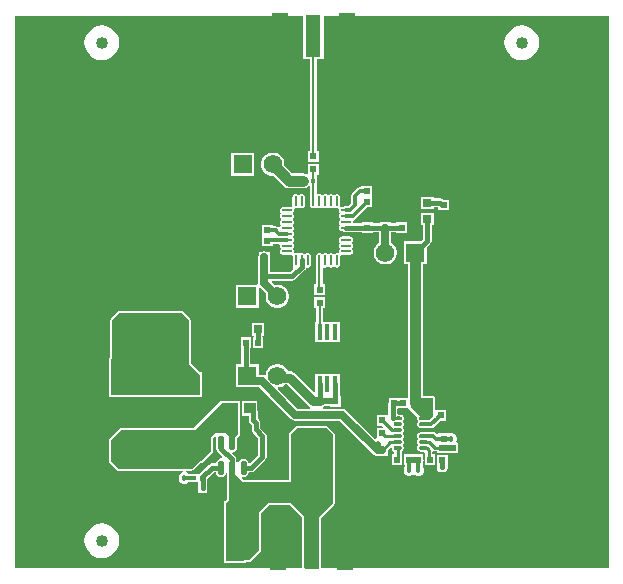
<source format=gtl>
G04*
G04 #@! TF.GenerationSoftware,Altium Limited,Altium Designer,23.8.1 (32)*
G04*
G04 Layer_Physical_Order=1*
G04 Layer_Color=255*
%FSLAX25Y25*%
%MOIN*%
G70*
G04*
G04 #@! TF.SameCoordinates,C2238681-CFA7-4295-91EC-4EAF016C526F*
G04*
G04*
G04 #@! TF.FilePolarity,Positive*
G04*
G01*
G75*
%ADD10C,0.01000*%
%ADD19R,0.01772X0.05512*%
%ADD20R,0.09488X0.07008*%
%ADD21C,0.01181*%
%ADD22R,0.04331X0.10472*%
%ADD23R,0.01772X0.01772*%
%ADD24R,0.01772X0.01378*%
%ADD25R,0.03150X0.02953*%
%ADD26R,0.01181X0.01181*%
%ADD27R,0.05315X0.16535*%
%ADD28R,0.05000X0.14173*%
%ADD29R,0.29528X0.07087*%
%ADD30R,0.00942X0.03567*%
G04:AMPARAMS|DCode=31|XSize=35.67mil|YSize=9.42mil|CornerRadius=4.71mil|HoleSize=0mil|Usage=FLASHONLY|Rotation=90.000|XOffset=0mil|YOffset=0mil|HoleType=Round|Shape=RoundedRectangle|*
%AMROUNDEDRECTD31*
21,1,0.03567,0.00000,0,0,90.0*
21,1,0.02625,0.00942,0,0,90.0*
1,1,0.00942,0.00000,0.01313*
1,1,0.00942,0.00000,-0.01313*
1,1,0.00942,0.00000,-0.01313*
1,1,0.00942,0.00000,0.01313*
%
%ADD31ROUNDEDRECTD31*%
G04:AMPARAMS|DCode=32|XSize=9.42mil|YSize=35.67mil|CornerRadius=4.71mil|HoleSize=0mil|Usage=FLASHONLY|Rotation=90.000|XOffset=0mil|YOffset=0mil|HoleType=Round|Shape=RoundedRectangle|*
%AMROUNDEDRECTD32*
21,1,0.00942,0.02625,0,0,90.0*
21,1,0.00000,0.03567,0,0,90.0*
1,1,0.00942,0.01313,0.00000*
1,1,0.00942,0.01313,0.00000*
1,1,0.00942,-0.01313,0.00000*
1,1,0.00942,-0.01313,0.00000*
%
%ADD32ROUNDEDRECTD32*%
G04:AMPARAMS|DCode=33|XSize=49.38mil|YSize=20.95mil|CornerRadius=10.48mil|HoleSize=0mil|Usage=FLASHONLY|Rotation=270.000|XOffset=0mil|YOffset=0mil|HoleType=Round|Shape=RoundedRectangle|*
%AMROUNDEDRECTD33*
21,1,0.04938,0.00000,0,0,270.0*
21,1,0.02843,0.02095,0,0,270.0*
1,1,0.02095,0.00000,-0.01422*
1,1,0.02095,0.00000,0.01422*
1,1,0.02095,0.00000,0.01422*
1,1,0.02095,0.00000,-0.01422*
%
%ADD33ROUNDEDRECTD33*%
%ADD34R,0.02095X0.04938*%
%ADD35R,0.03963X0.03773*%
%ADD36R,0.06102X0.07480*%
%ADD37R,0.02559X0.04134*%
%ADD38R,0.02362X0.02165*%
%ADD39R,0.02362X0.02362*%
%ADD40R,0.02362X0.02362*%
%ADD41R,0.02953X0.03150*%
%ADD42R,0.02165X0.02362*%
%ADD43C,0.04000*%
%ADD44C,0.00776*%
%ADD47R,0.14961X0.14961*%
%ADD49C,0.06181*%
%ADD50R,0.06181X0.06181*%
%ADD51C,0.15000*%
%ADD52C,0.01800*%
%ADD53C,0.01500*%
%ADD54C,0.02500*%
%ADD55C,0.03500*%
%ADD56C,0.02000*%
%ADD57C,0.03000*%
%ADD58C,0.01200*%
%ADD59C,0.05000*%
G36*
X198980Y1020D02*
X103149D01*
Y17731D01*
X107459Y22041D01*
X107649Y22500D01*
Y45500D01*
X107459Y45959D01*
X105459Y47959D01*
X105000Y48149D01*
X95000D01*
X94541Y47959D01*
X92541Y45959D01*
X92351Y45500D01*
Y30149D01*
X77269D01*
X76522Y30896D01*
X76768Y31357D01*
X77240Y31263D01*
X77883Y31391D01*
X78428Y31755D01*
X78792Y32300D01*
X78909Y32887D01*
X79865D01*
X80431Y32999D01*
X80910Y33320D01*
X84545Y36955D01*
X84866Y37434D01*
X84978Y38000D01*
Y45000D01*
X84866Y45566D01*
X84545Y46045D01*
X82865Y47726D01*
Y49295D01*
X82752Y49861D01*
X82432Y50340D01*
X81993Y50779D01*
Y53045D01*
X81881Y53610D01*
X81865Y53634D01*
Y56667D01*
X76702D01*
Y51695D01*
X79036D01*
Y50166D01*
X79149Y49600D01*
X79470Y49121D01*
X79908Y48682D01*
Y47114D01*
X80020Y46548D01*
X80341Y46068D01*
X82022Y44388D01*
Y38612D01*
X79391Y35982D01*
X78858Y36098D01*
X78792Y36430D01*
X78428Y36974D01*
X77883Y37339D01*
X77240Y37466D01*
X76597Y37339D01*
X76052Y36974D01*
X75688Y36430D01*
X75625Y36112D01*
X75115D01*
X75052Y36430D01*
X74865Y36710D01*
Y37114D01*
X74752Y37680D01*
X74432Y38159D01*
X73535Y39055D01*
X73721Y39577D01*
X74143Y39661D01*
X74688Y40025D01*
X75052Y40570D01*
X75126Y40944D01*
X75149Y41000D01*
Y41061D01*
X75180Y41213D01*
Y44057D01*
X75149Y44209D01*
Y44231D01*
X75959Y45041D01*
X76149Y45500D01*
Y51695D01*
Y56667D01*
X70987D01*
Y56649D01*
X70000D01*
X69541Y56459D01*
X60731Y47649D01*
X36500D01*
X36041Y47459D01*
X32701Y44120D01*
X32636D01*
Y44055D01*
X32541Y43959D01*
X32351Y43500D01*
Y36500D01*
X32541Y36041D01*
X32636Y35945D01*
Y35833D01*
X32748D01*
X35041Y33541D01*
X35500Y33351D01*
X56903D01*
X57003Y32851D01*
X56424Y32611D01*
X55889Y32076D01*
X55600Y31378D01*
Y30622D01*
X55889Y29924D01*
X56424Y29389D01*
X57122Y29100D01*
X57878D01*
X58576Y29389D01*
X58862Y29675D01*
X60720D01*
X60904Y29711D01*
X62096D01*
Y28986D01*
X62089D01*
Y26014D01*
X65061D01*
Y28986D01*
X65053D01*
Y30508D01*
X65024Y30654D01*
X67257Y32887D01*
X68091D01*
X68208Y32300D01*
X68572Y31755D01*
X69117Y31391D01*
X69760Y31263D01*
X70403Y31391D01*
X70948Y31755D01*
X71312Y32300D01*
X71351Y32495D01*
X71851Y32446D01*
Y23769D01*
X71422Y23340D01*
X70656D01*
Y14660D01*
X70851D01*
Y11340D01*
X70656D01*
Y2660D01*
X77958D01*
Y2851D01*
X79000D01*
X79459Y3041D01*
X82959Y6541D01*
X83149Y7000D01*
Y19231D01*
X85769Y21851D01*
X92731D01*
X96851Y17731D01*
Y1020D01*
X1020D01*
Y184980D01*
X97000D01*
Y170593D01*
X99391D01*
Y139946D01*
X98719D01*
Y136384D01*
X102281D01*
Y139946D01*
X101610D01*
Y170593D01*
X104000D01*
Y184980D01*
X198980D01*
Y1020D01*
D02*
G37*
G36*
X75500Y45500D02*
X74500Y44500D01*
Y41000D01*
X72500D01*
Y44750D01*
X71250Y46000D01*
X68000D01*
X66500Y44500D01*
X66500Y39607D01*
X59958Y34000D01*
X35500D01*
X33000Y36500D01*
Y43500D01*
X36500Y47000D01*
X61000D01*
X70000Y56000D01*
X75500D01*
Y45500D01*
D02*
G37*
G36*
X68179Y44553D02*
X68080Y44057D01*
Y41213D01*
X68208Y40570D01*
X68490Y40148D01*
X68508Y40061D01*
X68828Y39581D01*
X70483Y37926D01*
X70466Y37829D01*
X69894Y37440D01*
X69760Y37466D01*
X69117Y37339D01*
X68572Y36974D01*
X68208Y36430D01*
X68091Y35843D01*
X66645D01*
X66079Y35731D01*
X65599Y35410D01*
X62478Y32289D01*
X60904D01*
X60720Y32326D01*
X58862D01*
X58576Y32611D01*
X57997Y32851D01*
X58097Y33351D01*
X59958D01*
X60167Y33437D01*
X60381Y33507D01*
X63095Y35833D01*
X63364D01*
Y36064D01*
X66923Y39114D01*
X66935Y39138D01*
X66959Y39148D01*
X67045Y39356D01*
X67147Y39557D01*
X67139Y39583D01*
X67149Y39607D01*
X67149Y44231D01*
X67721Y44803D01*
X68179Y44553D01*
D02*
G37*
G36*
X107000Y45500D02*
Y22500D01*
X102500Y18000D01*
Y1000D01*
X97500D01*
Y18000D01*
X93000Y22500D01*
X85500D01*
X82500Y19500D01*
Y7000D01*
X79000Y3500D01*
X71500D01*
Y22500D01*
X72500Y23500D01*
Y34000D01*
X74500D01*
Y32000D01*
X77000Y29500D01*
X93000D01*
Y45500D01*
X95000Y47500D01*
X105000D01*
X107000Y45500D01*
D02*
G37*
%LPC*%
G36*
X170000Y181783D02*
X168503Y181586D01*
X167109Y181008D01*
X165911Y180089D01*
X164992Y178891D01*
X164414Y177497D01*
X164217Y176000D01*
X164414Y174503D01*
X164992Y173109D01*
X165911Y171911D01*
X167109Y170992D01*
X168503Y170414D01*
X170000Y170217D01*
X171497Y170414D01*
X172891Y170992D01*
X174089Y171911D01*
X175008Y173109D01*
X175586Y174503D01*
X175783Y176000D01*
X175586Y177497D01*
X175008Y178891D01*
X174089Y180089D01*
X172891Y181008D01*
X171497Y181586D01*
X170000Y181783D01*
D02*
G37*
G36*
X30000D02*
X28503Y181586D01*
X27109Y181008D01*
X25911Y180089D01*
X24992Y178891D01*
X24414Y177497D01*
X24217Y176000D01*
X24414Y174503D01*
X24992Y173109D01*
X25911Y171911D01*
X27109Y170992D01*
X28503Y170414D01*
X30000Y170217D01*
X31497Y170414D01*
X32891Y170992D01*
X34089Y171911D01*
X35008Y173109D01*
X35586Y174503D01*
X35783Y176000D01*
X35586Y177497D01*
X35008Y178891D01*
X34089Y180089D01*
X32891Y181008D01*
X31497Y181586D01*
X30000Y181783D01*
D02*
G37*
G36*
X80891Y139391D02*
X73110D01*
Y131609D01*
X80891D01*
Y139391D01*
D02*
G37*
G36*
X96626Y125613D02*
X96208Y125530D01*
X95854Y125294D01*
X95430D01*
X95075Y125530D01*
X94657Y125613D01*
X94240Y125530D01*
X93885Y125294D01*
X93649Y124939D01*
X93565Y124522D01*
Y121896D01*
X93607Y121688D01*
X93605Y121684D01*
X93218Y121296D01*
X93214Y121295D01*
X93005Y121336D01*
X90380D01*
X89962Y121253D01*
X89608Y121016D01*
X89371Y120662D01*
X89288Y120244D01*
X89371Y119826D01*
X89526Y119595D01*
X89576Y119260D01*
X89526Y118925D01*
X89371Y118694D01*
X89288Y118276D01*
X89371Y117858D01*
X89608Y117504D01*
Y117079D01*
X89371Y116725D01*
X89288Y116307D01*
X89371Y115889D01*
X89526Y115657D01*
X89576Y115323D01*
X89526Y114988D01*
X89371Y114757D01*
X89364Y114718D01*
X89209Y114616D01*
X88814Y114519D01*
X88507Y114725D01*
X88000Y114825D01*
X86946D01*
Y115281D01*
X83384D01*
Y111719D01*
Y108219D01*
X86946D01*
Y109076D01*
X88966D01*
X89317Y108576D01*
X89288Y108433D01*
X89371Y108015D01*
X89608Y107661D01*
Y107237D01*
X89371Y106883D01*
X89288Y106465D01*
X89371Y106047D01*
X89608Y105693D01*
X89962Y105456D01*
X90380Y105373D01*
X93005D01*
X93086Y105389D01*
X93586Y105009D01*
Y101116D01*
X93694D01*
X93885Y100654D01*
X92876Y99646D01*
X86154D01*
Y104500D01*
X86002Y105261D01*
X85947Y105344D01*
Y106281D01*
X85010D01*
X84926Y106337D01*
X84165Y106488D01*
X83404Y106337D01*
X83321Y106281D01*
X82384D01*
Y105344D01*
X82328Y105261D01*
X82177Y104500D01*
Y100500D01*
Y95835D01*
X82189Y95777D01*
X81871Y95390D01*
X74610D01*
Y87609D01*
X82390D01*
Y94112D01*
X82890Y94298D01*
X84729Y92459D01*
X84610Y92012D01*
Y90988D01*
X84875Y89998D01*
X85387Y89111D01*
X86111Y88387D01*
X86998Y87875D01*
X87988Y87609D01*
X89012D01*
X90002Y87875D01*
X90889Y88387D01*
X91613Y89111D01*
X92125Y89998D01*
X92391Y90988D01*
Y92012D01*
X92125Y93002D01*
X91613Y93889D01*
X90889Y94613D01*
X90002Y95125D01*
X89012Y95390D01*
X87988D01*
X87541Y95271D01*
X86623Y96189D01*
X86830Y96689D01*
X93489D01*
X94054Y96802D01*
X94534Y97122D01*
X97671Y100259D01*
X97992Y100739D01*
X98071Y101135D01*
X98177Y101179D01*
X98594Y101095D01*
X99012Y101179D01*
X99367Y101415D01*
X99603Y101770D01*
X99686Y102187D01*
Y104813D01*
X99603Y105230D01*
X99367Y105585D01*
X99012Y105822D01*
X98594Y105905D01*
X98177Y105822D01*
X97945Y105667D01*
X97610Y105616D01*
X97276Y105667D01*
X97044Y105822D01*
X96626Y105905D01*
X96228Y105825D01*
X96199Y105823D01*
X95728Y105884D01*
Y105884D01*
X95728Y105884D01*
X94461D01*
X94081Y106384D01*
X94097Y106465D01*
X94014Y106883D01*
X93778Y107237D01*
Y107661D01*
X94014Y108015D01*
X94097Y108433D01*
X94014Y108851D01*
X93859Y109083D01*
X93809Y109417D01*
X93859Y109752D01*
X94014Y109984D01*
X94097Y110402D01*
X94014Y110820D01*
X93778Y111174D01*
Y111598D01*
X94014Y111952D01*
X94097Y112370D01*
X94014Y112788D01*
X93778Y113142D01*
Y113567D01*
X94014Y113921D01*
X94097Y114339D01*
X94014Y114757D01*
X93859Y114988D01*
X93809Y115323D01*
X93859Y115657D01*
X94014Y115889D01*
X94097Y116307D01*
X94014Y116725D01*
X93778Y117079D01*
Y117504D01*
X94014Y117858D01*
X94097Y118276D01*
X94014Y118694D01*
X93859Y118925D01*
X93809Y119260D01*
X93859Y119595D01*
X94014Y119826D01*
X94097Y120244D01*
X94056Y120453D01*
X94058Y120457D01*
X94445Y120844D01*
X94449Y120846D01*
X94657Y120804D01*
X95075Y120887D01*
X95307Y121042D01*
X95642Y121092D01*
X95976Y121042D01*
X96208Y120887D01*
X96626Y120804D01*
X97044Y120887D01*
X97398Y121124D01*
X97635Y121478D01*
X97718Y121896D01*
Y124522D01*
X97635Y124939D01*
X97398Y125294D01*
X97044Y125530D01*
X96626Y125613D01*
D02*
G37*
G36*
X140675Y124734D02*
X136325D01*
Y120581D01*
X140675D01*
Y121179D01*
X142116D01*
X142219Y121110D01*
Y120286D01*
X145781D01*
Y123651D01*
X144257D01*
X144233Y123667D01*
X143667Y123780D01*
X143621D01*
X143256Y124023D01*
X142690Y124136D01*
X140675D01*
Y124734D01*
D02*
G37*
G36*
X87512Y139391D02*
X86488D01*
X85498Y139125D01*
X84611Y138613D01*
X83887Y137889D01*
X83375Y137002D01*
X83109Y136012D01*
Y134988D01*
X83375Y133998D01*
X83887Y133111D01*
X84611Y132387D01*
X85498Y131875D01*
X86488Y131609D01*
X87358D01*
X90734Y128234D01*
X91544Y127692D01*
X92500Y127502D01*
X97000D01*
X97956Y127692D01*
X98766Y128234D01*
X98953Y128514D01*
X99453Y128362D01*
Y123209D01*
X99471Y123121D01*
Y121896D01*
X99554Y121478D01*
X99791Y121124D01*
X100145Y120887D01*
X100563Y120804D01*
X100981Y120887D01*
X101213Y121042D01*
X101547Y121092D01*
X101882Y121042D01*
X102114Y120887D01*
X102532Y120804D01*
X102949Y120887D01*
X103181Y121042D01*
X103516Y121092D01*
X103850Y121042D01*
X104082Y120887D01*
X104500Y120804D01*
X104918Y120887D01*
X105150Y121042D01*
X105484Y121092D01*
X105819Y121042D01*
X106051Y120887D01*
X106468Y120804D01*
X106886Y120887D01*
X107118Y121042D01*
X107453Y121092D01*
X107787Y121042D01*
X108019Y120887D01*
X108437Y120804D01*
X108646Y120846D01*
X108650Y120844D01*
X109037Y120457D01*
X109039Y120453D01*
X108997Y120244D01*
X109080Y119826D01*
X109235Y119595D01*
X109285Y119260D01*
X109235Y118925D01*
X109080Y118694D01*
X108997Y118276D01*
X109080Y117858D01*
X109317Y117504D01*
Y117079D01*
X109080Y116725D01*
X108997Y116307D01*
X109080Y115889D01*
X109235Y115657D01*
X109285Y115323D01*
X109235Y114988D01*
X109080Y114757D01*
X108997Y114339D01*
X109080Y113921D01*
X109317Y113567D01*
X109671Y113330D01*
X110089Y113247D01*
X110424D01*
X110840Y112969D01*
X111406Y112856D01*
X116719D01*
Y112554D01*
X120281D01*
Y112856D01*
X122512D01*
Y109344D01*
X122111Y109113D01*
X121387Y108389D01*
X120875Y107502D01*
X120609Y106512D01*
Y105488D01*
X120875Y104498D01*
X121387Y103611D01*
X122111Y102887D01*
X122998Y102375D01*
X123988Y102110D01*
X125012D01*
X126002Y102375D01*
X126889Y102887D01*
X127613Y103611D01*
X128125Y104498D01*
X128391Y105488D01*
Y106512D01*
X128125Y107502D01*
X127613Y108389D01*
X126889Y109113D01*
X126488Y109344D01*
Y112856D01*
X128219D01*
Y112554D01*
X131781D01*
Y116116D01*
X128219D01*
Y115813D01*
X126281D01*
Y116116D01*
X125344D01*
X125261Y116172D01*
X124500Y116323D01*
X123739Y116172D01*
X123656Y116116D01*
X122719D01*
Y115813D01*
X120281D01*
Y116116D01*
X116719D01*
Y115813D01*
X114218D01*
X113806Y116307D01*
X113723Y116725D01*
X114108Y117049D01*
X114118Y117051D01*
X114548Y117339D01*
X118428Y121219D01*
X120116D01*
Y124719D01*
Y128281D01*
X116553D01*
Y127825D01*
X116000D01*
X115493Y127725D01*
X115063Y127437D01*
X113563Y125937D01*
X113275Y125507D01*
X113174Y125000D01*
Y122549D01*
X112195Y121570D01*
X111402D01*
X110895Y121469D01*
X110696Y121336D01*
X110089D01*
X109880Y121295D01*
X109876Y121296D01*
X109489Y121684D01*
X109487Y121688D01*
X109529Y121896D01*
Y124522D01*
X109446Y124939D01*
X109209Y125294D01*
X108855Y125530D01*
X108437Y125613D01*
X108019Y125530D01*
X107787Y125375D01*
X107453Y125325D01*
X107118Y125375D01*
X106886Y125530D01*
X106468Y125613D01*
X106051Y125530D01*
X105819Y125375D01*
X105484Y125325D01*
X105150Y125375D01*
X104918Y125530D01*
X104500Y125613D01*
X104082Y125530D01*
X103850Y125375D01*
X103516Y125325D01*
X103181Y125375D01*
X102949Y125530D01*
X102532Y125613D01*
X102173Y125542D01*
X102046Y125577D01*
X101672Y125837D01*
Y128809D01*
X101690D01*
Y131191D01*
X101672D01*
Y132053D01*
X102281D01*
Y135616D01*
X98719D01*
Y132399D01*
X98219Y132132D01*
X97956Y132308D01*
X97000Y132498D01*
X93535D01*
X90891Y135142D01*
Y136012D01*
X90625Y137002D01*
X90113Y137889D01*
X89389Y138613D01*
X88502Y139125D01*
X87512Y139391D01*
D02*
G37*
G36*
X112714Y111494D02*
X110089D01*
X109671Y111411D01*
X109317Y111174D01*
X109080Y110820D01*
X108997Y110402D01*
X109080Y109984D01*
X109235Y109752D01*
X109285Y109417D01*
X109235Y109083D01*
X109080Y108851D01*
X108997Y108433D01*
X109080Y108015D01*
X109317Y107661D01*
Y107237D01*
X109080Y106883D01*
X108997Y106465D01*
X109039Y106256D01*
X109037Y106252D01*
X108650Y105865D01*
X108646Y105863D01*
X108437Y105905D01*
X108019Y105822D01*
X107787Y105667D01*
X107453Y105616D01*
X107118Y105667D01*
X106886Y105822D01*
X106468Y105905D01*
X106051Y105822D01*
X105819Y105667D01*
X105484Y105616D01*
X105150Y105667D01*
X104918Y105822D01*
X104500Y105905D01*
X104082Y105822D01*
X103850Y105667D01*
X103516Y105616D01*
X103181Y105667D01*
X102949Y105822D01*
X102532Y105905D01*
X102114Y105822D01*
X101759Y105585D01*
X101523Y105230D01*
X101439Y104813D01*
Y103588D01*
X101422Y103500D01*
Y95446D01*
X100880D01*
Y91884D01*
X104443D01*
Y95446D01*
X103641D01*
Y100872D01*
X104015Y101132D01*
X104141Y101167D01*
X104500Y101095D01*
X104918Y101179D01*
X105150Y101333D01*
X105484Y101383D01*
X105819Y101333D01*
X106051Y101179D01*
X106468Y101095D01*
X106886Y101179D01*
X107118Y101333D01*
X107453Y101383D01*
X107787Y101333D01*
X108019Y101179D01*
X108437Y101095D01*
X108855Y101179D01*
X109209Y101415D01*
X109446Y101770D01*
X109529Y102187D01*
Y104813D01*
X109487Y105021D01*
X109489Y105025D01*
X109876Y105412D01*
X109880Y105414D01*
X110089Y105373D01*
X112714D01*
X113132Y105456D01*
X113486Y105693D01*
X113723Y106047D01*
X113806Y106465D01*
X113723Y106883D01*
X113486Y107237D01*
Y107661D01*
X113723Y108015D01*
X113806Y108433D01*
X113723Y108851D01*
X113568Y109083D01*
X113518Y109417D01*
X113568Y109752D01*
X113723Y109984D01*
X113806Y110402D01*
X113723Y110820D01*
X113486Y111174D01*
X113132Y111411D01*
X112714Y111494D01*
D02*
G37*
G36*
X104443Y91116D02*
X100880D01*
Y87554D01*
X101552D01*
Y83017D01*
X101176D01*
Y76306D01*
X109265D01*
Y83017D01*
X103771D01*
Y87554D01*
X104443D01*
Y91116D01*
D02*
G37*
G36*
X84234Y82675D02*
X80081D01*
Y78325D01*
X80585D01*
Y77781D01*
X80286D01*
Y74219D01*
X83651D01*
Y77781D01*
X83541D01*
Y78325D01*
X84234D01*
Y82675D01*
D02*
G37*
G36*
X56500Y86649D02*
X36000D01*
X35541Y86459D01*
X33248Y84167D01*
X32967D01*
Y83781D01*
X32851Y83500D01*
Y71269D01*
X32541Y70959D01*
X32351Y70500D01*
Y58500D01*
X32541Y58041D01*
X32636Y58001D01*
Y57880D01*
X32928D01*
X33000Y57851D01*
X62500D01*
X62572Y57880D01*
X63364D01*
Y66167D01*
X62752D01*
X59649Y69269D01*
Y83500D01*
X59459Y83959D01*
X56959Y86459D01*
X56500Y86649D01*
D02*
G37*
G36*
X140675Y119419D02*
X136325D01*
Y115266D01*
X137022D01*
Y110612D01*
X136300Y109891D01*
X130609D01*
Y102110D01*
X132002D01*
Y57702D01*
X128715D01*
Y57635D01*
X125585D01*
Y56210D01*
X125569Y56186D01*
X125457Y55620D01*
Y52374D01*
X125281Y51947D01*
X121719D01*
Y48384D01*
X123511D01*
X123760Y48077D01*
X123559Y47616D01*
X121719D01*
Y44235D01*
X121622D01*
X121000Y43977D01*
X111571Y53406D01*
X110926Y53837D01*
X110165Y53988D01*
X103698D01*
X103674Y54047D01*
X103614Y54488D01*
X104031Y54767D01*
X106053D01*
Y54719D01*
X109616D01*
Y58281D01*
X109258D01*
Y58983D01*
X109265D01*
Y65694D01*
X101176D01*
Y59650D01*
X100714Y59459D01*
X94195Y65977D01*
X93467Y66464D01*
X92609Y66634D01*
X92049D01*
X91613Y67389D01*
X90889Y68113D01*
X90002Y68625D01*
X89012Y68891D01*
X87988D01*
X86998Y68625D01*
X86111Y68113D01*
X85387Y67389D01*
X84875Y66502D01*
X84610Y65512D01*
Y65231D01*
X84168Y64995D01*
X84010Y65101D01*
X83249Y65253D01*
X82390D01*
Y68891D01*
X79510D01*
Y74219D01*
X79714D01*
Y77781D01*
X76349D01*
Y74219D01*
X76553D01*
Y68891D01*
X74610D01*
Y61110D01*
X82390D01*
X82803Y60898D01*
X93107Y50594D01*
X93752Y50163D01*
X94513Y50012D01*
X109342D01*
X120594Y38759D01*
X121239Y38328D01*
X122000Y38177D01*
X123500D01*
X124261Y38328D01*
X124344Y38384D01*
X125281D01*
Y39321D01*
X125337Y39404D01*
X125488Y40165D01*
X125445Y40380D01*
X126141Y41076D01*
X126303Y41319D01*
X126803Y41167D01*
Y40409D01*
X126994Y39950D01*
X127453Y39760D01*
X127509D01*
Y38781D01*
X126849D01*
Y35219D01*
X130214D01*
Y38781D01*
X129956D01*
Y39879D01*
X129968Y39884D01*
X130030Y39946D01*
X130114Y39969D01*
X130238Y40064D01*
X130282Y40140D01*
X130358Y40183D01*
X130452Y40307D01*
X130475Y40392D01*
X130537Y40454D01*
X130597Y40597D01*
Y40685D01*
X130640Y40761D01*
X130661Y40915D01*
X130638Y41000D01*
X130661Y41085D01*
X130640Y41239D01*
X130597Y41315D01*
Y41403D01*
X130537Y41546D01*
X130489Y41594D01*
X130474Y41614D01*
X130452Y41693D01*
X130392Y41984D01*
X130452Y42275D01*
X130474Y42355D01*
X130489Y42374D01*
X130537Y42422D01*
X130597Y42566D01*
Y42654D01*
X130640Y42730D01*
X130661Y42884D01*
X130638Y42968D01*
X130661Y43053D01*
X130640Y43207D01*
X130597Y43283D01*
Y43371D01*
X130537Y43515D01*
X130489Y43563D01*
X130474Y43582D01*
X130452Y43662D01*
X130392Y43953D01*
X130452Y44244D01*
X130474Y44324D01*
X130489Y44342D01*
X130537Y44391D01*
X130597Y44534D01*
Y44622D01*
X130640Y44698D01*
X130661Y44852D01*
X130638Y44937D01*
X130661Y45022D01*
X130640Y45176D01*
X130597Y45252D01*
Y45340D01*
X130537Y45483D01*
X130489Y45531D01*
X130474Y45551D01*
X130452Y45630D01*
X130392Y45921D01*
X130452Y46212D01*
X130474Y46292D01*
X130489Y46311D01*
X130537Y46359D01*
X130597Y46503D01*
Y46591D01*
X130640Y46667D01*
X130661Y46821D01*
X130638Y46905D01*
X130661Y46990D01*
X130640Y47144D01*
X130597Y47220D01*
Y47308D01*
X130537Y47452D01*
X130489Y47500D01*
X130474Y47519D01*
X130452Y47599D01*
X130392Y47890D01*
X130452Y48181D01*
X130474Y48261D01*
X130489Y48280D01*
X130537Y48328D01*
X130597Y48471D01*
Y48559D01*
X130640Y48635D01*
X130661Y48789D01*
X130638Y48874D01*
X130661Y48959D01*
X130640Y49113D01*
X130597Y49189D01*
Y49277D01*
X130537Y49420D01*
X130489Y49468D01*
X130474Y49488D01*
X130452Y49567D01*
X130392Y49858D01*
X130452Y50149D01*
X130474Y50229D01*
X130489Y50248D01*
X130537Y50296D01*
X130597Y50440D01*
Y50528D01*
X130640Y50604D01*
X130661Y50758D01*
X130638Y50842D01*
X130661Y50927D01*
X130640Y51082D01*
X130597Y51157D01*
Y51245D01*
X130537Y51389D01*
X130475Y51451D01*
X130452Y51536D01*
X130358Y51659D01*
X130282Y51703D01*
X130238Y51779D01*
X130114Y51874D01*
X130030Y51896D01*
X129968Y51958D01*
X129824Y52018D01*
X129736D01*
X129660Y52062D01*
X129506Y52082D01*
X129462Y52070D01*
X129420Y52088D01*
X128768Y52086D01*
X128413Y52439D01*
Y53765D01*
X128715Y54140D01*
X132080D01*
Y54140D01*
X132562Y54095D01*
X135231Y51425D01*
X135195Y51389D01*
X135136Y51245D01*
Y51157D01*
X135092Y51082D01*
X135072Y50927D01*
X135094Y50842D01*
X135072Y50758D01*
X135092Y50604D01*
X135136Y50528D01*
Y50440D01*
X135195Y50296D01*
X135243Y50248D01*
X135259Y50229D01*
X135280Y50149D01*
X135340Y49858D01*
X135280Y49567D01*
X135259Y49488D01*
X135243Y49468D01*
X135195Y49420D01*
X135136Y49277D01*
Y49189D01*
X135092Y49113D01*
X135072Y48959D01*
X135094Y48874D01*
X135072Y48789D01*
X135092Y48635D01*
X135136Y48559D01*
Y48471D01*
X135195Y48328D01*
X135257Y48266D01*
X135280Y48181D01*
X135375Y48057D01*
X135451Y48014D01*
X135494Y47938D01*
X135618Y47843D01*
X135703Y47820D01*
X135765Y47758D01*
X135908Y47699D01*
X135996D01*
X136072Y47655D01*
X136226Y47635D01*
X136270Y47646D01*
X136313Y47629D01*
X136592Y47630D01*
X137000Y47549D01*
X139880D01*
X140387Y47649D01*
X140817Y47937D01*
X142856Y49976D01*
X142886Y50021D01*
X142926Y50029D01*
X142963Y50054D01*
X144781D01*
Y53616D01*
X141219D01*
X141149Y54087D01*
Y57500D01*
X140959Y57959D01*
X140500Y58149D01*
X136998D01*
Y102110D01*
X138391D01*
Y107800D01*
X139545Y108955D01*
X139866Y109434D01*
X139978Y110000D01*
Y115266D01*
X140675D01*
Y119419D01*
D02*
G37*
G36*
X140563Y46262D02*
X137000D01*
X136570Y46177D01*
X136323D01*
X136311Y46182D01*
X136270Y46165D01*
X136226Y46176D01*
X136072Y46156D01*
X135996Y46112D01*
X135908D01*
X135765Y46053D01*
X135703Y45991D01*
X135618Y45968D01*
X135494Y45873D01*
X135451Y45797D01*
X135375Y45754D01*
X135280Y45630D01*
X135257Y45545D01*
X135195Y45483D01*
X135136Y45340D01*
Y45252D01*
X135092Y45176D01*
X135072Y45022D01*
X135094Y44937D01*
X135072Y44852D01*
X135092Y44698D01*
X135136Y44622D01*
Y44534D01*
X135195Y44391D01*
X135243Y44342D01*
X135259Y44324D01*
X135280Y44244D01*
X135340Y43953D01*
X135280Y43662D01*
X135259Y43582D01*
X135243Y43563D01*
X135195Y43515D01*
X135136Y43371D01*
Y43283D01*
X135092Y43207D01*
X135072Y43053D01*
X135094Y42968D01*
X135072Y42884D01*
X135092Y42730D01*
X135136Y42654D01*
Y42566D01*
X135195Y42422D01*
X135243Y42374D01*
X135259Y42355D01*
X135280Y42275D01*
X135340Y41984D01*
X135280Y41693D01*
X135259Y41614D01*
X135243Y41594D01*
X135195Y41546D01*
X135136Y41403D01*
Y41315D01*
X135092Y41239D01*
X135072Y41085D01*
X135094Y41000D01*
X135072Y40915D01*
X135092Y40761D01*
X135136Y40685D01*
Y40597D01*
X135195Y40454D01*
X135257Y40392D01*
X135280Y40307D01*
X135375Y40183D01*
X135451Y40140D01*
X135494Y40064D01*
X135618Y39969D01*
X135703Y39946D01*
X135765Y39884D01*
X135908Y39825D01*
X135996D01*
X136072Y39781D01*
X136226Y39761D01*
X136270Y39772D01*
X136313Y39755D01*
X137415Y39758D01*
X137769Y39405D01*
Y37476D01*
X137786Y37391D01*
Y35219D01*
X141151D01*
Y38781D01*
X140216D01*
Y39525D01*
X140716Y39833D01*
X141000Y39777D01*
X141719D01*
Y39286D01*
X143245D01*
X143500Y39235D01*
X147000D01*
X147255Y39286D01*
X148781D01*
Y42651D01*
X148492D01*
X148205Y43151D01*
X148400Y43622D01*
Y44378D01*
X148111Y45076D01*
X147576Y45611D01*
X146878Y45900D01*
X146122D01*
X145802Y45767D01*
X145781Y45781D01*
Y45781D01*
X142219D01*
Y45781D01*
X141719Y45656D01*
X141500Y45874D01*
X141070Y46162D01*
X140563Y46262D01*
D02*
G37*
G36*
X145281Y38714D02*
X141719D01*
Y35362D01*
X141600Y35075D01*
Y34319D01*
X141889Y33621D01*
X142424Y33086D01*
X143122Y32797D01*
X143878D01*
X144576Y33086D01*
X145111Y33621D01*
X145400Y34319D01*
Y35075D01*
X145281Y35362D01*
Y38714D01*
D02*
G37*
G36*
X137214Y38781D02*
X130786D01*
Y37255D01*
X130735Y37000D01*
X130786Y36746D01*
Y35219D01*
X130939D01*
X131059Y34719D01*
X130858Y34518D01*
X130569Y33820D01*
Y33064D01*
X130858Y32366D01*
X131392Y31831D01*
X132091Y31542D01*
X132846D01*
X133545Y31831D01*
X134000Y32286D01*
X134455Y31831D01*
X135154Y31542D01*
X135909D01*
X136608Y31831D01*
X137142Y32366D01*
X137432Y33064D01*
Y33820D01*
X137142Y34518D01*
X136942Y34719D01*
X137061Y35219D01*
X137214D01*
Y36746D01*
X137265Y37000D01*
X137214Y37255D01*
Y38781D01*
D02*
G37*
G36*
X30000Y15783D02*
X28503Y15586D01*
X27109Y15008D01*
X25911Y14089D01*
X24992Y12891D01*
X24414Y11497D01*
X24217Y10000D01*
X24414Y8503D01*
X24992Y7109D01*
X25911Y5911D01*
X27109Y4992D01*
X28503Y4414D01*
X30000Y4217D01*
X31497Y4414D01*
X32891Y4992D01*
X34089Y5911D01*
X35008Y7109D01*
X35586Y8503D01*
X35783Y10000D01*
X35586Y11497D01*
X35008Y12891D01*
X34089Y14089D01*
X32891Y15008D01*
X31497Y15586D01*
X30000Y15783D01*
D02*
G37*
%LPD*%
G36*
X59000Y83500D02*
Y69000D01*
X62500Y65500D01*
Y58500D01*
X33000D01*
Y70500D01*
X33500Y71000D01*
Y83500D01*
X36000Y86000D01*
X56500D01*
X59000Y83500D01*
D02*
G37*
G36*
X98914Y54914D02*
X99551Y54488D01*
X99491Y54047D01*
X99468Y53988D01*
X95337D01*
X88677Y60647D01*
X88869Y61110D01*
X89012D01*
X90002Y61375D01*
X90889Y61887D01*
X91150Y62148D01*
X91680D01*
X98914Y54914D01*
D02*
G37*
G36*
X140500Y51500D02*
X139252Y50252D01*
X138279D01*
D01*
X136311Y50247D01*
X136157Y50267D01*
X136013Y50327D01*
X135890Y50421D01*
X135795Y50545D01*
X135736Y50688D01*
X135715Y50842D01*
X135736Y50997D01*
X135795Y51140D01*
X135890Y51264D01*
X136013Y51358D01*
X136157Y51418D01*
X133000Y54575D01*
Y57500D01*
X140500D01*
Y51500D01*
D02*
G37*
G36*
X129575Y51418D02*
X129719Y51358D01*
X129842Y51264D01*
X129937Y51140D01*
X129997Y50997D01*
X130017Y50842D01*
X129997Y50688D01*
X129937Y50545D01*
X129842Y50421D01*
X129719Y50327D01*
X129575Y50267D01*
X129421Y50247D01*
Y50252D01*
X127453D01*
Y51433D01*
X129421Y51438D01*
X129575Y51418D01*
D02*
G37*
G36*
X136311Y49465D02*
X138279D01*
Y48283D01*
X136311Y48278D01*
X136157Y48299D01*
X136013Y48358D01*
X135890Y48453D01*
X135795Y48576D01*
X135736Y48720D01*
X135715Y48874D01*
X135736Y49028D01*
X135795Y49172D01*
X135890Y49295D01*
X136013Y49390D01*
X136157Y49449D01*
X136311Y49470D01*
Y49465D01*
D02*
G37*
G36*
X129575Y49449D02*
X129719Y49390D01*
X129842Y49295D01*
X129937Y49172D01*
X129997Y49028D01*
X130017Y48874D01*
X129997Y48720D01*
X129937Y48576D01*
X129842Y48453D01*
X129719Y48358D01*
X129575Y48299D01*
X129421Y48278D01*
Y48283D01*
X127453D01*
Y49465D01*
X129421Y49470D01*
X129575Y49449D01*
D02*
G37*
G36*
Y47481D02*
X129719Y47421D01*
X129842Y47327D01*
X129937Y47203D01*
X129997Y47060D01*
X130017Y46905D01*
X129997Y46751D01*
X129937Y46608D01*
X129842Y46484D01*
X129719Y46390D01*
X129575Y46330D01*
X129421Y46310D01*
Y46315D01*
X127453D01*
Y47496D01*
X129421Y47501D01*
X129575Y47481D01*
D02*
G37*
G36*
Y45512D02*
X129719Y45453D01*
X129842Y45358D01*
X129937Y45235D01*
X129997Y45091D01*
X130017Y44937D01*
X129997Y44783D01*
X129937Y44639D01*
X129842Y44516D01*
X129719Y44421D01*
X129575Y44362D01*
X129421Y44341D01*
Y44346D01*
X127453D01*
Y45528D01*
X129421Y45533D01*
X129575Y45512D01*
D02*
G37*
G36*
Y43544D02*
X129719Y43484D01*
X129842Y43390D01*
X129937Y43266D01*
X129997Y43123D01*
X130017Y42968D01*
X129997Y42814D01*
X129937Y42671D01*
X129842Y42547D01*
X129719Y42453D01*
X129575Y42393D01*
X129421Y42373D01*
Y42378D01*
X127453D01*
Y43559D01*
X129421Y43564D01*
X129575Y43544D01*
D02*
G37*
G36*
Y41575D02*
X129719Y41516D01*
X129842Y41421D01*
X129937Y41298D01*
X129997Y41154D01*
X130017Y41000D01*
X129997Y40846D01*
X129937Y40702D01*
X129842Y40579D01*
X129719Y40484D01*
X129575Y40425D01*
X129421Y40404D01*
Y40409D01*
X127453D01*
Y41591D01*
X129421Y41596D01*
X129575Y41575D01*
D02*
G37*
G36*
X136311Y45528D02*
X138279D01*
Y44346D01*
X136311Y44341D01*
X136157Y44362D01*
X136013Y44421D01*
X135890Y44516D01*
X135795Y44639D01*
X135736Y44783D01*
X135715Y44937D01*
X135736Y45091D01*
X135795Y45235D01*
X135890Y45358D01*
X136013Y45453D01*
X136157Y45512D01*
X136311Y45533D01*
Y45528D01*
D02*
G37*
G36*
Y43559D02*
X138279D01*
Y42378D01*
X136311Y42373D01*
X136157Y42393D01*
X136013Y42453D01*
X135890Y42547D01*
X135795Y42671D01*
X135736Y42814D01*
X135715Y42968D01*
X135736Y43123D01*
X135795Y43266D01*
X135890Y43390D01*
X136013Y43484D01*
X136157Y43544D01*
X136311Y43564D01*
Y43559D01*
D02*
G37*
G36*
Y41591D02*
X138279D01*
Y40409D01*
X136311Y40404D01*
X136157Y40425D01*
X136013Y40484D01*
X135890Y40579D01*
X135795Y40702D01*
X135736Y40846D01*
X135715Y41000D01*
X135736Y41154D01*
X135795Y41298D01*
X135890Y41421D01*
X136013Y41516D01*
X136157Y41575D01*
X136311Y41596D01*
Y41591D01*
D02*
G37*
D10*
X126079Y42968D02*
X128732D01*
X123500Y40165D02*
X125276Y41941D01*
Y42166D01*
X126079Y42968D01*
X128531Y50770D02*
X128570Y50808D01*
X126935Y51020D02*
X127185Y50770D01*
X128698Y50808D02*
X128732Y50842D01*
X128570Y50808D02*
X128698D01*
X127185Y50770D02*
X128531D01*
X137000Y42968D02*
X139032D01*
X141000Y41000D02*
X143468D01*
X139032Y42968D02*
X141000Y41000D01*
X143468D02*
X143500Y40968D01*
X138993Y37476D02*
Y40287D01*
X137000Y41000D02*
X138279D01*
X138993Y40287D01*
Y37476D02*
X139469Y37000D01*
X128732Y37201D02*
Y41000D01*
X128532Y37000D02*
X128732Y37201D01*
X126760Y46905D02*
X128732D01*
X123500Y50165D02*
X126760Y46905D01*
X124398Y44937D02*
X128732D01*
X123500Y45835D02*
X124398Y44937D01*
D19*
X110339Y79661D02*
D03*
X105220D02*
D03*
X102661D02*
D03*
X107780D02*
D03*
Y62339D02*
D03*
X110339D02*
D03*
X102661D02*
D03*
X105220D02*
D03*
D20*
X106500Y71000D02*
D03*
D21*
X137000Y42968D02*
D03*
Y44937D02*
D03*
Y46905D02*
D03*
Y48874D02*
D03*
Y50842D02*
D03*
X128732D02*
D03*
Y48874D02*
D03*
Y46905D02*
D03*
Y44937D02*
D03*
Y42968D02*
D03*
Y41000D02*
D03*
X137000D02*
D03*
D22*
X132866Y45921D02*
D03*
D23*
X60425Y27500D02*
D03*
X63575D02*
D03*
D24*
X63279Y31000D02*
D03*
X60720D02*
D03*
D25*
X138500Y117342D02*
D03*
Y122658D02*
D03*
D26*
X98138Y130000D02*
D03*
X100500D02*
D03*
D27*
X88878Y8508D02*
D03*
X111122D02*
D03*
X89378Y177492D02*
D03*
X111622D02*
D03*
D28*
X100000Y7721D02*
D03*
X100500Y178279D02*
D03*
D29*
X48000Y62024D02*
D03*
Y39976D02*
D03*
D30*
X94657Y103500D02*
D03*
D31*
X96626D02*
D03*
X98594D02*
D03*
X100563D02*
D03*
X102532D02*
D03*
X104500D02*
D03*
X106468D02*
D03*
X108437D02*
D03*
Y123209D02*
D03*
X106468D02*
D03*
X104500D02*
D03*
X102532D02*
D03*
X100563D02*
D03*
X98594D02*
D03*
X96626D02*
D03*
X94657D02*
D03*
D32*
X111402Y106465D02*
D03*
Y108433D02*
D03*
Y110402D02*
D03*
Y112370D02*
D03*
Y114339D02*
D03*
Y116307D02*
D03*
Y118276D02*
D03*
Y120244D02*
D03*
X91693D02*
D03*
Y118276D02*
D03*
Y116307D02*
D03*
Y114339D02*
D03*
Y112370D02*
D03*
Y110402D02*
D03*
Y108433D02*
D03*
Y106465D02*
D03*
D33*
X77240Y34365D02*
D03*
X73500D02*
D03*
X69760D02*
D03*
Y42635D02*
D03*
X73500D02*
D03*
D34*
X77240D02*
D03*
D35*
X79283Y54181D02*
D03*
X73568D02*
D03*
D36*
X62693Y19000D02*
D03*
X74307D02*
D03*
X62693Y7000D02*
D03*
X74307D02*
D03*
D37*
X34846Y81500D02*
D03*
X28153D02*
D03*
X34846Y73000D02*
D03*
X28153D02*
D03*
D38*
X144000Y118032D02*
D03*
Y121968D02*
D03*
X143500Y37031D02*
D03*
Y40968D02*
D03*
X147000D02*
D03*
Y37031D02*
D03*
X127366Y59890D02*
D03*
Y55953D02*
D03*
D39*
X122665Y123000D02*
D03*
X118335D02*
D03*
X79835Y104500D02*
D03*
X84165D02*
D03*
X79835Y100500D02*
D03*
X84165D02*
D03*
X107835Y56500D02*
D03*
X112165D02*
D03*
X80835Y110000D02*
D03*
X85165D02*
D03*
X80835Y113500D02*
D03*
X85165D02*
D03*
X122665Y126500D02*
D03*
X118335D02*
D03*
D40*
X130000Y118665D02*
D03*
Y114335D02*
D03*
X124500Y118665D02*
D03*
Y114335D02*
D03*
X118500Y118665D02*
D03*
Y114335D02*
D03*
X100500Y138165D02*
D03*
Y133835D02*
D03*
X102661Y89335D02*
D03*
Y93665D02*
D03*
X143000Y51835D02*
D03*
Y56165D02*
D03*
X144000Y44000D02*
D03*
Y48331D02*
D03*
X123500Y35835D02*
D03*
Y40165D02*
D03*
Y50165D02*
D03*
Y45835D02*
D03*
X139000Y55835D02*
D03*
Y60165D02*
D03*
D41*
X76842Y80500D02*
D03*
X82157D02*
D03*
D42*
X128532Y37000D02*
D03*
X132468D02*
D03*
X139469D02*
D03*
X135531D02*
D03*
X78031Y76000D02*
D03*
X81968D02*
D03*
X134335Y55921D02*
D03*
X130398D02*
D03*
D43*
X170000Y176000D02*
D03*
X30000D02*
D03*
X30000Y10000D02*
D03*
D44*
X100563Y123209D02*
Y133772D01*
X102500Y89335D02*
X102661Y89173D01*
Y79661D02*
Y89173D01*
X102532Y93697D02*
Y103500D01*
X100500Y138165D02*
Y178279D01*
X102500Y93665D02*
X102532Y93697D01*
X100500Y133835D02*
X100563Y133772D01*
D47*
X101547Y113355D02*
D03*
D49*
X87000Y135500D02*
D03*
X88500Y65000D02*
D03*
X124500Y106000D02*
D03*
X88500Y91500D02*
D03*
D50*
X77000Y135500D02*
D03*
X78500Y65000D02*
D03*
X134500Y106000D02*
D03*
X78500Y91500D02*
D03*
D51*
X187500Y173500D02*
D03*
Y12500D02*
D03*
X12500Y173500D02*
D03*
X12500Y12500D02*
D03*
D52*
X105823Y88839D02*
D03*
X104712Y99872D02*
D03*
X107066Y99380D02*
D03*
Y97180D02*
D03*
X105019Y97718D02*
D03*
X105823Y91039D02*
D03*
Y93239D02*
D03*
Y95439D02*
D03*
X107823Y89839D02*
D03*
Y92039D02*
D03*
Y94239D02*
D03*
X107066Y86997D02*
D03*
Y84798D02*
D03*
X97500Y94400D02*
D03*
Y92200D02*
D03*
Y90000D02*
D03*
X99500Y95600D02*
D03*
Y93400D02*
D03*
Y91200D02*
D03*
X100304Y97880D02*
D03*
X98257Y97341D02*
D03*
Y99541D02*
D03*
Y84959D02*
D03*
Y87159D02*
D03*
X105100Y169344D02*
D03*
X95899Y168911D02*
D03*
X102857Y168213D02*
D03*
X98143Y167811D02*
D03*
Y165611D02*
D03*
Y163411D02*
D03*
X102857Y166013D02*
D03*
Y163813D02*
D03*
X190000Y150000D02*
D03*
Y140000D02*
D03*
Y130000D02*
D03*
X180000Y150000D02*
D03*
Y140000D02*
D03*
Y130000D02*
D03*
X170000Y150000D02*
D03*
Y140000D02*
D03*
Y130000D02*
D03*
X160000Y150000D02*
D03*
Y140000D02*
D03*
Y130000D02*
D03*
X190000Y160000D02*
D03*
Y120000D02*
D03*
Y110000D02*
D03*
Y100000D02*
D03*
Y90000D02*
D03*
Y80000D02*
D03*
Y70000D02*
D03*
Y60000D02*
D03*
Y50000D02*
D03*
Y40000D02*
D03*
Y30000D02*
D03*
X180000Y160000D02*
D03*
Y120000D02*
D03*
Y110000D02*
D03*
Y100000D02*
D03*
Y90000D02*
D03*
Y80000D02*
D03*
Y70000D02*
D03*
Y60000D02*
D03*
Y50000D02*
D03*
Y40000D02*
D03*
Y30000D02*
D03*
Y20000D02*
D03*
X170000Y160000D02*
D03*
Y120000D02*
D03*
Y110000D02*
D03*
Y100000D02*
D03*
Y90000D02*
D03*
Y80000D02*
D03*
Y70000D02*
D03*
Y60000D02*
D03*
Y50000D02*
D03*
Y40000D02*
D03*
Y30000D02*
D03*
Y20000D02*
D03*
Y10000D02*
D03*
X160000Y170000D02*
D03*
Y160000D02*
D03*
Y120000D02*
D03*
Y110000D02*
D03*
Y100000D02*
D03*
Y90000D02*
D03*
Y80000D02*
D03*
Y70000D02*
D03*
Y60000D02*
D03*
Y50000D02*
D03*
Y40000D02*
D03*
Y30000D02*
D03*
Y20000D02*
D03*
Y10000D02*
D03*
X150000Y170000D02*
D03*
Y160000D02*
D03*
Y150000D02*
D03*
Y140000D02*
D03*
Y130000D02*
D03*
Y120000D02*
D03*
Y110000D02*
D03*
Y100000D02*
D03*
Y90000D02*
D03*
Y80000D02*
D03*
Y70000D02*
D03*
Y60000D02*
D03*
Y50000D02*
D03*
Y30000D02*
D03*
Y20000D02*
D03*
Y10000D02*
D03*
X140000Y170000D02*
D03*
Y160000D02*
D03*
Y150000D02*
D03*
Y140000D02*
D03*
Y130000D02*
D03*
Y100000D02*
D03*
Y20000D02*
D03*
Y10000D02*
D03*
X130000Y170000D02*
D03*
Y160000D02*
D03*
Y150000D02*
D03*
Y140000D02*
D03*
Y130000D02*
D03*
Y100000D02*
D03*
Y20000D02*
D03*
Y10000D02*
D03*
X120000Y170000D02*
D03*
Y160000D02*
D03*
Y150000D02*
D03*
Y140000D02*
D03*
Y130000D02*
D03*
Y120000D02*
D03*
Y110000D02*
D03*
Y20000D02*
D03*
Y10000D02*
D03*
X110000Y160000D02*
D03*
Y150000D02*
D03*
Y140000D02*
D03*
Y130000D02*
D03*
X100000Y70000D02*
D03*
X90000Y160000D02*
D03*
Y150000D02*
D03*
Y140000D02*
D03*
Y80000D02*
D03*
Y70000D02*
D03*
Y50000D02*
D03*
Y40000D02*
D03*
X80000Y170000D02*
D03*
Y160000D02*
D03*
Y150000D02*
D03*
Y60000D02*
D03*
X70000Y170000D02*
D03*
Y160000D02*
D03*
Y150000D02*
D03*
Y140000D02*
D03*
Y130000D02*
D03*
Y120000D02*
D03*
Y110000D02*
D03*
Y100000D02*
D03*
Y70000D02*
D03*
Y60000D02*
D03*
X60000Y170000D02*
D03*
Y160000D02*
D03*
Y150000D02*
D03*
Y140000D02*
D03*
Y130000D02*
D03*
Y120000D02*
D03*
Y110000D02*
D03*
Y100000D02*
D03*
X50000Y170000D02*
D03*
Y160000D02*
D03*
Y150000D02*
D03*
Y140000D02*
D03*
Y130000D02*
D03*
Y120000D02*
D03*
Y110000D02*
D03*
Y100000D02*
D03*
Y20000D02*
D03*
Y10000D02*
D03*
X40000Y170000D02*
D03*
Y160000D02*
D03*
Y150000D02*
D03*
Y140000D02*
D03*
Y130000D02*
D03*
Y120000D02*
D03*
Y110000D02*
D03*
Y100000D02*
D03*
Y20000D02*
D03*
Y10000D02*
D03*
X30000Y160000D02*
D03*
Y150000D02*
D03*
Y140000D02*
D03*
Y130000D02*
D03*
Y120000D02*
D03*
Y110000D02*
D03*
Y100000D02*
D03*
Y90000D02*
D03*
Y30000D02*
D03*
Y20000D02*
D03*
X20000Y160000D02*
D03*
Y150000D02*
D03*
Y140000D02*
D03*
Y130000D02*
D03*
Y120000D02*
D03*
Y110000D02*
D03*
Y100000D02*
D03*
Y90000D02*
D03*
Y80000D02*
D03*
Y70000D02*
D03*
Y60000D02*
D03*
Y50000D02*
D03*
Y40000D02*
D03*
Y30000D02*
D03*
Y20000D02*
D03*
X10000Y160000D02*
D03*
Y150000D02*
D03*
Y140000D02*
D03*
Y130000D02*
D03*
Y120000D02*
D03*
Y110000D02*
D03*
Y100000D02*
D03*
Y90000D02*
D03*
Y80000D02*
D03*
Y70000D02*
D03*
Y60000D02*
D03*
Y50000D02*
D03*
Y40000D02*
D03*
Y30000D02*
D03*
X146500Y44000D02*
D03*
X100611Y100033D02*
D03*
X105019Y86459D02*
D03*
Y84259D02*
D03*
X100000Y79800D02*
D03*
Y82000D02*
D03*
X99500Y89000D02*
D03*
X100304Y84420D02*
D03*
Y86620D02*
D03*
X110500Y84500D02*
D03*
X95899Y166711D02*
D03*
Y164511D02*
D03*
Y162311D02*
D03*
Y160111D02*
D03*
Y157911D02*
D03*
Y155711D02*
D03*
Y153511D02*
D03*
Y151311D02*
D03*
Y149111D02*
D03*
Y146911D02*
D03*
Y144711D02*
D03*
Y142511D02*
D03*
X95899Y140300D02*
D03*
X95931Y135916D02*
D03*
X105164Y127618D02*
D03*
Y129818D02*
D03*
X105162Y132074D02*
D03*
X105058Y135313D02*
D03*
X105027Y138505D02*
D03*
X105101Y140713D02*
D03*
Y142913D02*
D03*
Y145113D02*
D03*
Y147313D02*
D03*
Y149513D02*
D03*
Y151713D02*
D03*
Y153913D02*
D03*
Y156113D02*
D03*
Y158313D02*
D03*
Y160513D02*
D03*
Y162713D02*
D03*
Y164913D02*
D03*
X105100Y167145D02*
D03*
X98143Y161211D02*
D03*
Y159011D02*
D03*
Y156811D02*
D03*
Y154611D02*
D03*
Y152411D02*
D03*
Y150211D02*
D03*
Y148011D02*
D03*
Y145811D02*
D03*
Y143611D02*
D03*
Y141411D02*
D03*
X97500Y138000D02*
D03*
X98206Y126055D02*
D03*
X102920Y126518D02*
D03*
Y128718D02*
D03*
Y130918D02*
D03*
X103500Y133500D02*
D03*
Y137000D02*
D03*
X102857Y141813D02*
D03*
Y144013D02*
D03*
Y146213D02*
D03*
Y148413D02*
D03*
Y150613D02*
D03*
Y152813D02*
D03*
Y155013D02*
D03*
Y157213D02*
D03*
Y159413D02*
D03*
Y161613D02*
D03*
X96500Y44500D02*
D03*
Y40500D02*
D03*
X103500Y44500D02*
D03*
X100000D02*
D03*
Y40500D02*
D03*
X103500D02*
D03*
X122000Y42335D02*
D03*
X143500Y34697D02*
D03*
X147000D02*
D03*
X123500Y33500D02*
D03*
X132468Y33442D02*
D03*
X135531D02*
D03*
X132866Y42921D02*
D03*
X127366Y62421D02*
D03*
X139366D02*
D03*
X132866Y48921D02*
D03*
X41000Y81500D02*
D03*
X44500D02*
D03*
X48000D02*
D03*
X55000D02*
D03*
X51500D02*
D03*
X55000Y73500D02*
D03*
X51500D02*
D03*
Y77500D02*
D03*
X55000D02*
D03*
X48000D02*
D03*
X44500D02*
D03*
X41000D02*
D03*
Y73500D02*
D03*
X44500D02*
D03*
X48000D02*
D03*
X57500Y31000D02*
D03*
X125197Y123000D02*
D03*
Y126500D02*
D03*
X130000Y121197D02*
D03*
X56000Y5000D02*
D03*
Y8500D02*
D03*
Y20500D02*
D03*
Y17000D02*
D03*
X115000Y56500D02*
D03*
X77500Y113500D02*
D03*
Y110000D02*
D03*
X76500Y104500D02*
D03*
Y100500D02*
D03*
X101500Y109000D02*
D03*
Y113500D02*
D03*
Y118000D02*
D03*
X106000Y113500D02*
D03*
X97000D02*
D03*
Y109000D02*
D03*
X106000D02*
D03*
Y118000D02*
D03*
X97000D02*
D03*
X144000Y115500D02*
D03*
X88500Y20500D02*
D03*
X112000Y166000D02*
D03*
X89500D02*
D03*
X111000Y20500D02*
D03*
X110000Y69000D02*
D03*
X106500D02*
D03*
X103000D02*
D03*
Y73000D02*
D03*
X106500D02*
D03*
X110000D02*
D03*
X81000Y41000D02*
D03*
D53*
X78031Y65469D02*
X78500Y65000D01*
X78031Y65469D02*
Y76000D01*
X122000Y40000D02*
Y40165D01*
Y42335D01*
X118500Y118665D02*
X124500D01*
X102665Y56500D02*
Y62335D01*
X107780Y56555D02*
Y62339D01*
X139309Y62364D02*
X139366Y62421D01*
X139309Y60474D02*
Y62364D01*
X139000Y60165D02*
X139309Y60474D01*
X138996Y55839D02*
X139000Y55835D01*
X134417Y55839D02*
X138996D01*
X73500Y42635D02*
Y54113D01*
X73568Y54181D01*
X80515Y50166D02*
X81386Y49295D01*
X80515Y50166D02*
Y53045D01*
X79379Y54181D02*
X80515Y53045D01*
X79283Y54181D02*
X79379D01*
X81386Y47114D02*
Y49295D01*
Y47114D02*
X83500Y45000D01*
Y38000D02*
Y45000D01*
X79865Y34365D02*
X83500Y38000D01*
X77240Y34365D02*
X79865D01*
X126935Y51020D02*
Y55620D01*
X143500Y34697D02*
Y37031D01*
X147000Y34697D02*
Y37031D01*
X123500Y33500D02*
Y35835D01*
X81968Y76000D02*
X82063Y76095D01*
Y80405D01*
X82157Y80500D01*
X127366Y59890D02*
Y62421D01*
X63354Y31000D02*
X63415Y30939D01*
Y30667D02*
Y30939D01*
Y30667D02*
X63575Y30508D01*
Y27500D02*
Y30508D01*
X63279Y31000D02*
X63354D01*
X134500Y106000D02*
X138500Y110000D01*
X126935Y55620D02*
X127268Y55953D01*
X110500Y84419D02*
Y84500D01*
X110339Y79661D02*
Y84257D01*
X110500Y84419D01*
X122665Y123000D02*
X125197D01*
X122665Y126500D02*
X125197D01*
X130000Y118665D02*
Y121197D01*
X144000Y115500D02*
Y118032D01*
X122665Y123000D02*
Y126500D01*
X124500Y118665D02*
X130000D01*
X127480Y55937D02*
X130382D01*
X130398Y55921D01*
X76500Y100500D02*
X79835D01*
X76500Y104500D02*
X79835D01*
X77500Y110000D02*
X80835D01*
X77500Y113500D02*
X80835D01*
X81000Y107500D02*
Y109835D01*
X80835Y110000D02*
X81000Y109835D01*
X80189Y104855D02*
Y106689D01*
X81000Y107500D01*
X79835Y104500D02*
X80189Y104855D01*
X80835Y110000D02*
Y113500D01*
X111406Y114335D02*
X118500D01*
X96626Y101305D02*
Y103500D01*
X93489Y98167D02*
X96626Y101305D01*
X84165Y98167D02*
X93489D01*
X111402Y114339D02*
X111406Y114335D01*
X73500Y19807D02*
Y34365D01*
Y19807D02*
X74307Y19000D01*
X73386Y34479D02*
X73500Y34365D01*
X69874Y40626D02*
Y42521D01*
X73386Y34479D02*
Y37114D01*
X69760Y42635D02*
X69874Y42521D01*
Y40626D02*
X73386Y37114D01*
X111000Y8630D02*
Y20500D01*
Y8630D02*
X111122Y8508D01*
X88500Y8886D02*
X88878Y8508D01*
X88500Y8886D02*
Y20419D01*
X111622Y177492D02*
X112000Y177114D01*
Y166000D02*
Y177114D01*
X89500Y166000D02*
Y177370D01*
X89378Y177492D02*
X89500Y177370D01*
X79835Y100500D02*
Y104500D01*
X138500Y110000D02*
Y117342D01*
X143046Y122301D02*
X143667D01*
X142690Y122658D02*
X143046Y122301D01*
X138500Y122658D02*
X142690D01*
X143667Y122301D02*
X144000Y121968D01*
X124500Y114335D02*
X130000D01*
X118500D02*
X124500D01*
X63415Y31136D02*
X66645Y34365D01*
X63354Y31000D02*
X63415Y31061D01*
X66645Y34365D02*
X69760D01*
X63415Y31061D02*
Y31136D01*
X77538Y41000D02*
X81000D01*
X77240Y41298D02*
Y42635D01*
Y41298D02*
X77538Y41000D01*
D54*
X122000Y40165D02*
X123500D01*
X78500Y65000D02*
X80236Y63264D01*
X83249D01*
X94513Y52000D02*
X110165D01*
X83249Y63264D02*
X94513Y52000D01*
X110165D02*
X122000Y40165D01*
X84165Y98167D02*
Y100500D01*
Y95835D02*
Y98167D01*
X74307Y6311D02*
Y7000D01*
X84165Y100500D02*
Y104500D01*
Y95835D02*
X88500Y91500D01*
X124500Y106000D02*
Y114335D01*
D55*
X134417Y55839D02*
X134500Y55921D01*
Y106000D01*
X87000Y135500D02*
X92500Y130000D01*
X97000D01*
D56*
X102665Y56500D02*
X107835D01*
X143500Y40968D02*
X147000D01*
X132468Y37000D02*
X135531D01*
D57*
X100500Y56500D02*
X102665D01*
X92609Y64391D02*
X100500Y56500D01*
X89109Y64391D02*
X92609D01*
X88500Y65000D02*
X89109Y64391D01*
D58*
X141919Y51253D02*
X142419D01*
X143000Y51835D01*
X141919Y50913D02*
Y51253D01*
X139880Y48874D02*
X141919Y50913D01*
X137000Y48874D02*
X139880D01*
X144000Y44000D02*
X146500D01*
X141500D02*
X144000D01*
X140563Y44937D02*
X141500Y44000D01*
X137000Y44937D02*
X140563D01*
X132468Y33442D02*
Y37000D01*
X135531Y33442D02*
Y37000D01*
X57500Y31000D02*
X60720D01*
X113610Y118276D02*
X118335Y123000D01*
X111402Y118276D02*
X113610D01*
X116000Y126500D02*
X118335D01*
X114500Y122000D02*
Y125000D01*
X116000Y126500D01*
X111402Y120244D02*
X112744D01*
X114500Y122000D01*
X85165Y113500D02*
X88000D01*
X88501Y112999D01*
X89130Y112370D01*
X91693D01*
X85165Y110000D02*
X85567Y110402D01*
X91693D01*
D59*
X74307Y7000D02*
Y19000D01*
M02*

</source>
